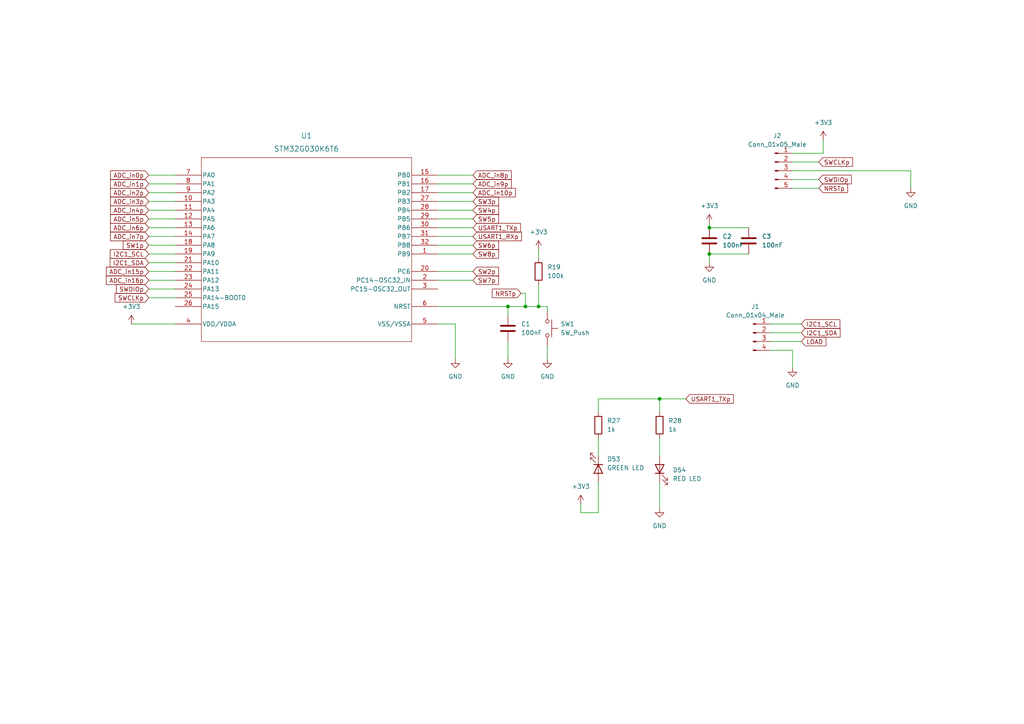
<source format=kicad_sch>
(kicad_sch (version 20211123) (generator eeschema)
  (paper "A4")
  (lib_symbols
    (symbol "2023-04-19_13-34-55:STM32G030K6T6" (pin_names (offset 0.254))
      (property "Reference" "U" (at 38.1 10.16 0))
      (property "Value" "STM32G030K6T6" (at 38.1 7.62 0))
      (symbol "STM32G030K6T6_0_1"
        (polyline (pts (xy 7.62 -48.26) (xy 68.58 -48.26)) (stroke (width 0.127)))
        (polyline (pts (xy 7.62 5.08) (xy 7.62 -48.26)) (stroke (width 0.127)))
        (polyline (pts (xy 68.58 -48.26) (xy 68.58 5.08)) (stroke (width 0.127)))
        (polyline (pts (xy 68.58 5.08) (xy 7.62 5.08)) (stroke (width 0.127)))
        (pin bidirectional line (at 76.2 -22.86 180) (length 7.62) (name "PB9") (number "1"))
        (pin bidirectional line (at 0 -7.62 0) (length 7.62) (name "PA3") (number "10"))
        (pin bidirectional line (at 0 -10.16 0) (length 7.62) (name "PA4") (number "11"))
        (pin bidirectional line (at 0 -12.7 0) (length 7.62) (name "PA5") (number "12"))
        (pin bidirectional line (at 0 -15.24 0) (length 7.62) (name "PA6") (number "13"))
        (pin bidirectional line (at 0 -17.78 0) (length 7.62) (name "PA7") (number "14"))
        (pin bidirectional line (at 76.2 0 180) (length 7.62) (name "PB0") (number "15"))
        (pin bidirectional line (at 76.2 -2.54 180) (length 7.62) (name "PB1") (number "16"))
        (pin bidirectional line (at 76.2 -5.08 180) (length 7.62) (name "PB2") (number "17"))
        (pin bidirectional line (at 0 -20.32 0) (length 7.62) (name "PA8") (number "18"))
        (pin bidirectional line (at 0 -22.86 0) (length 7.62) (name "PA9") (number "19"))
        (pin bidirectional line (at 76.2 -30.48 180) (length 7.62) (name "PC14-OSC32_IN") (number "2"))
        (pin bidirectional line (at 76.2 -27.94 180) (length 7.62) (name "PC6") (number "20"))
        (pin bidirectional line (at 0 -25.4 0) (length 7.62) (name "PA10") (number "21"))
        (pin bidirectional line (at 0 -27.94 0) (length 7.62) (name "PA11") (number "22"))
        (pin bidirectional line (at 0 -30.48 0) (length 7.62) (name "PA12") (number "23"))
        (pin bidirectional line (at 0 -33.02 0) (length 7.62) (name "PA13") (number "24"))
        (pin bidirectional line (at 0 -35.56 0) (length 7.62) (name "PA14-BOOT0") (number "25"))
        (pin bidirectional line (at 0 -38.1 0) (length 7.62) (name "PA15") (number "26"))
        (pin bidirectional line (at 76.2 -7.62 180) (length 7.62) (name "PB3") (number "27"))
        (pin bidirectional line (at 76.2 -10.16 180) (length 7.62) (name "PB4") (number "28"))
        (pin bidirectional line (at 76.2 -12.7 180) (length 7.62) (name "PB5") (number "29"))
        (pin bidirectional line (at 76.2 -33.02 180) (length 7.62) (name "PC15-OSC32_OUT") (number "3"))
        (pin bidirectional line (at 76.2 -15.24 180) (length 7.62) (name "PB6") (number "30"))
        (pin bidirectional line (at 76.2 -17.78 180) (length 7.62) (name "PB7") (number "31"))
        (pin bidirectional line (at 76.2 -20.32 180) (length 7.62) (name "PB8") (number "32"))
        (pin power_in line (at 0 -43.18 0) (length 7.62) (name "VDD/VDDA") (number "4"))
        (pin power_in line (at 76.2 -43.18 180) (length 7.62) (name "VSS/VSSA") (number "5"))
        (pin bidirectional line (at 76.2 -38.1 180) (length 7.62) (name "NRST") (number "6"))
        (pin bidirectional line (at 0 0 0) (length 7.62) (name "PA0") (number "7"))
        (pin bidirectional line (at 0 -2.54 0) (length 7.62) (name "PA1") (number "8"))
        (pin bidirectional line (at 0 -5.08 0) (length 7.62) (name "PA2") (number "9"))
      )
    )
    (symbol "Connector:Conn_01x04_Male" (pin_names (offset 1.016) hide)
      (property "Reference" "J" (at 0 5.08 0))
      (property "Value" "Conn_01x04_Male" (at 0 -7.62 0))
      (symbol "Conn_01x04_Male_1_1"
        (polyline (pts (xy 1.27 -5.08) (xy 0.8636 -5.08)) (stroke (width 0.1524)))
        (polyline (pts (xy 1.27 -2.54) (xy 0.8636 -2.54)) (stroke (width 0.1524)))
        (polyline (pts (xy 1.27 0) (xy 0.8636 0)) (stroke (width 0.1524)))
        (polyline (pts (xy 1.27 2.54) (xy 0.8636 2.54)) (stroke (width 0.1524)))
        (rectangle (start 0.8636 -4.953) (end 0 -5.207) (stroke (width 0.1524)) (fill (type outline)))
        (rectangle (start 0.8636 -2.413) (end 0 -2.667) (stroke (width 0.1524)) (fill (type outline)))
        (rectangle (start 0.8636 0.127) (end 0 -0.127) (stroke (width 0.1524)) (fill (type outline)))
        (rectangle (start 0.8636 2.667) (end 0 2.413) (stroke (width 0.1524)) (fill (type outline)))
        (pin passive line (at 5.08 2.54 180) (length 3.81) (name "Pin_1") (number "1"))
        (pin passive line (at 5.08 0 180) (length 3.81) (name "Pin_2") (number "2"))
        (pin passive line (at 5.08 -2.54 180) (length 3.81) (name "Pin_3") (number "3"))
        (pin passive line (at 5.08 -5.08 180) (length 3.81) (name "Pin_4") (number "4"))
      )
    )
    (symbol "Connector:Conn_01x05_Male" (pin_names (offset 1.016) hide)
      (property "Reference" "J" (at 0 7.62 0))
      (property "Value" "Conn_01x05_Male" (at 0 -7.62 0))
      (symbol "Conn_01x05_Male_1_1"
        (polyline (pts (xy 1.27 -5.08) (xy 0.8636 -5.08)) (stroke (width 0.1524)))
        (polyline (pts (xy 1.27 -2.54) (xy 0.8636 -2.54)) (stroke (width 0.1524)))
        (polyline (pts (xy 1.27 0) (xy 0.8636 0)) (stroke (width 0.1524)))
        (polyline (pts (xy 1.27 2.54) (xy 0.8636 2.54)) (stroke (width 0.1524)))
        (polyline (pts (xy 1.27 5.08) (xy 0.8636 5.08)) (stroke (width 0.1524)))
        (rectangle (start 0.8636 -4.953) (end 0 -5.207) (stroke (width 0.1524)) (fill (type outline)))
        (rectangle (start 0.8636 -2.413) (end 0 -2.667) (stroke (width 0.1524)) (fill (type outline)))
        (rectangle (start 0.8636 0.127) (end 0 -0.127) (stroke (width 0.1524)) (fill (type outline)))
        (rectangle (start 0.8636 2.667) (end 0 2.413) (stroke (width 0.1524)) (fill (type outline)))
        (rectangle (start 0.8636 5.207) (end 0 4.953) (stroke (width 0.1524)) (fill (type outline)))
        (pin passive line (at 5.08 5.08 180) (length 3.81) (name "Pin_1") (number "1"))
        (pin passive line (at 5.08 2.54 180) (length 3.81) (name "Pin_2") (number "2"))
        (pin passive line (at 5.08 0 180) (length 3.81) (name "Pin_3") (number "3"))
        (pin passive line (at 5.08 -2.54 180) (length 3.81) (name "Pin_4") (number "4"))
        (pin passive line (at 5.08 -5.08 180) (length 3.81) (name "Pin_5") (number "5"))
      )
    )
    (symbol "Device:C" (pin_numbers hide) (pin_names (offset 0.254))
      (property "Reference" "C" (at 0.635 2.54 0))
      (property "Value" "C" (at 0.635 -2.54 0))
      (symbol "C_0_1"
        (polyline (pts (xy -2.032 -0.762) (xy 2.032 -0.762)) (stroke (width 0.508)))
        (polyline (pts (xy -2.032 0.762) (xy 2.032 0.762)) (stroke (width 0.508)))
      )
      (symbol "C_1_1"
        (pin passive line (at 0 3.81 270) (length 2.794) (name "~") (number "1"))
        (pin passive line (at 0 -3.81 90) (length 2.794) (name "~") (number "2"))
      )
    )
    (symbol "Device:LED" (pin_numbers hide) (pin_names (offset 1.016) hide)
      (property "Reference" "D" (at 0 2.54 0))
      (property "Value" "LED" (at 0 -2.54 0))
      (symbol "LED_0_1"
        (polyline (pts (xy -1.27 -1.27) (xy -1.27 1.27)) (stroke (width 0.254)))
        (polyline (pts (xy -1.27 0) (xy 1.27 0)))
        (polyline (pts (xy 1.27 -1.27) (xy 1.27 1.27) (xy -1.27 0) (xy 1.27 -1.27)) (stroke (width 0.254)))
        (polyline (pts (xy -3.048 -0.762) (xy -4.572 -2.286) (xy -3.81 -2.286) (xy -4.572 -2.286) (xy -4.572 -1.524)))
        (polyline (pts (xy -1.778 -0.762) (xy -3.302 -2.286) (xy -2.54 -2.286) (xy -3.302 -2.286) (xy -3.302 -1.524)))
      )
      (symbol "LED_1_1"
        (pin passive line (at -3.81 0 0) (length 2.54) (name "K") (number "1"))
        (pin passive line (at 3.81 0 180) (length 2.54) (name "A") (number "2"))
      )
    )
    (symbol "Device:R" (pin_numbers hide) (pin_names (offset 0))
      (property "Reference" "R" (at 2.032 0 90))
      (property "Value" "R" (at 0 0 90))
      (symbol "R_0_1"
        (rectangle (start -1.016 -2.54) (end 1.016 2.54) (stroke (width 0.254)))
      )
      (symbol "R_1_1"
        (pin passive line (at 0 3.81 270) (length 1.27) (name "~") (number "1"))
        (pin passive line (at 0 -3.81 90) (length 1.27) (name "~") (number "2"))
      )
    )
    (symbol "Switch:SW_Push" (pin_numbers hide) (pin_names (offset 1.016) hide)
      (property "Reference" "SW" (at 1.27 2.54 0))
      (property "Value" "SW_Push" (at 0 -1.524 0))
      (symbol "SW_Push_0_1"
        (circle (center -2.032 0) (radius 0.508))
        (polyline (pts (xy 0 1.27) (xy 0 3.048)))
        (polyline (pts (xy 2.54 1.27) (xy -2.54 1.27)))
        (circle (center 2.032 0) (radius 0.508))
        (pin passive line (at -5.08 0 0) (length 2.54) (name "1") (number "1"))
        (pin passive line (at 5.08 0 180) (length 2.54) (name "2") (number "2"))
      )
    )
    (symbol "power:+3.3V" (power) (pin_names (offset 0))
      (property "Value" "+3.3V" (at 0 3.556 0))
      (symbol "+3.3V_0_1"
        (polyline (pts (xy -0.762 1.27) (xy 0 2.54)))
        (polyline (pts (xy 0 0) (xy 0 2.54)))
        (polyline (pts (xy 0 2.54) (xy 0.762 1.27)))
      )
      (symbol "+3.3V_1_1"
        (pin power_in line (at 0 0 90) (length 0) hide (name "+3V3") (number "1"))
      )
    )
    (symbol "power:GND" (power) (pin_names (offset 0))
      (property "Value" "GND" (at 0 -3.81 0))
      (symbol "GND_0_1"
        (polyline (pts (xy 0 0) (xy 0 -1.27) (xy 1.27 -1.27) (xy 0 -2.54) (xy -1.27 -1.27) (xy 0 -1.27)))
      )
      (symbol "GND_1_1"
        (pin power_in line (at 0 0 270) (length 0) hide (name "GND") (number "1"))
      )
    )
  )
  (junction (at 205.74 73.66))
  (junction (at 147.32 88.9))
  (junction (at 191.3094 115.6909))
  (junction (at 205.74 66.04))
  (junction (at 152.4 88.9))
  (junction (at 156.21 88.9))
  (wire (pts (xy 173.5294 115.6909) (xy 173.5294 119.5009)))
  (wire (pts (xy 223.52 93.98) (xy 232.41 93.98)))
  (wire (pts (xy 43.18 86.36) (xy 50.8 86.36)))
  (wire (pts (xy 152.4 88.9) (xy 147.32 88.9)))
  (wire (pts (xy 151.13 85.09) (xy 152.4 85.09)))
  (wire (pts (xy 127 81.28) (xy 137.16 81.28)))
  (wire (pts (xy 127 93.98) (xy 132.08 93.98)))
  (wire (pts (xy 229.87 44.45) (xy 238.76 44.45)))
  (wire (pts (xy 127 68.58) (xy 137.16 68.58)))
  (wire (pts (xy 191.3094 115.6909) (xy 191.3094 119.5009)))
  (wire (pts (xy 43.18 81.28) (xy 50.8 81.28)))
  (wire (pts (xy 156.21 82.55) (xy 156.21 88.9)))
  (wire (pts (xy 158.75 90.17) (xy 158.75 88.9)))
  (wire (pts (xy 127 60.96) (xy 137.16 60.96)))
  (wire (pts (xy 43.18 60.96) (xy 50.8 60.96)))
  (wire (pts (xy 43.18 63.5) (xy 50.8 63.5)))
  (wire (pts (xy 43.18 50.8) (xy 50.8 50.8)))
  (wire (pts (xy 43.18 58.42) (xy 50.8 58.42)))
  (wire (pts (xy 147.32 99.06) (xy 147.32 104.14)))
  (wire (pts (xy 127 71.12) (xy 137.16 71.12)))
  (wire (pts (xy 43.18 76.2) (xy 50.8 76.2)))
  (wire (pts (xy 147.32 91.44) (xy 147.32 88.9)))
  (wire (pts (xy 238.76 44.45) (xy 238.76 40.64)))
  (wire (pts (xy 43.18 78.74) (xy 50.8 78.74)))
  (wire (pts (xy 205.74 66.04) (xy 205.74 64.77)))
  (wire (pts (xy 229.87 54.61) (xy 237.49 54.61)))
  (wire (pts (xy 205.74 73.66) (xy 217.17 73.66)))
  (wire (pts (xy 43.18 71.12) (xy 50.8 71.12)))
  (wire (pts (xy 127 63.5) (xy 137.16 63.5)))
  (wire (pts (xy 43.18 66.04) (xy 50.8 66.04)))
  (wire (pts (xy 127 53.34) (xy 137.16 53.34)))
  (wire (pts (xy 229.87 46.99) (xy 237.49 46.99)))
  (wire (pts (xy 158.75 100.33) (xy 158.75 104.14)))
  (wire (pts (xy 127 50.8) (xy 137.16 50.8)))
  (wire (pts (xy 43.18 83.82) (xy 50.8 83.82)))
  (wire (pts (xy 43.18 53.34) (xy 50.8 53.34)))
  (wire (pts (xy 43.18 68.58) (xy 50.8 68.58)))
  (wire (pts (xy 152.4 85.09) (xy 152.4 88.9)))
  (wire (pts (xy 43.18 73.66) (xy 50.8 73.66)))
  (wire (pts (xy 173.5294 148.7109) (xy 173.5294 139.8209)))
  (wire (pts (xy 229.87 49.53) (xy 264.16 49.53)))
  (wire (pts (xy 127 78.74) (xy 137.16 78.74)))
  (wire (pts (xy 38.1 93.98) (xy 50.8 93.98)))
  (wire (pts (xy 198.9294 115.6909) (xy 191.3094 115.6909)))
  (wire (pts (xy 132.08 93.98) (xy 132.08 104.14)))
  (wire (pts (xy 127 55.88) (xy 137.16 55.88)))
  (wire (pts (xy 223.52 101.6) (xy 229.87 101.6)))
  (wire (pts (xy 156.21 88.9) (xy 152.4 88.9)))
  (wire (pts (xy 158.75 88.9) (xy 156.21 88.9)))
  (wire (pts (xy 191.3094 127.1209) (xy 191.3094 132.2009)))
  (wire (pts (xy 127 66.04) (xy 137.16 66.04)))
  (wire (pts (xy 223.52 99.06) (xy 232.41 99.06)))
  (wire (pts (xy 223.52 96.52) (xy 232.41 96.52)))
  (wire (pts (xy 127 58.42) (xy 137.16 58.42)))
  (wire (pts (xy 168.4494 146.1709) (xy 168.4494 148.7109)))
  (wire (pts (xy 191.3094 115.6909) (xy 173.5294 115.6909)))
  (wire (pts (xy 156.21 72.39) (xy 156.21 74.93)))
  (wire (pts (xy 127 88.9) (xy 147.32 88.9)))
  (wire (pts (xy 229.87 52.07) (xy 237.49 52.07)))
  (wire (pts (xy 205.74 66.04) (xy 217.17 66.04)))
  (wire (pts (xy 264.16 54.61) (xy 264.16 49.53)))
  (wire (pts (xy 43.18 55.88) (xy 50.8 55.88)))
  (wire (pts (xy 173.5294 127.1209) (xy 173.5294 132.2009)))
  (wire (pts (xy 205.74 73.66) (xy 205.74 76.2)))
  (wire (pts (xy 191.3094 139.8209) (xy 191.3094 147.4409)))
  (wire (pts (xy 127 73.66) (xy 137.16 73.66)))
  (wire (pts (xy 168.4494 148.7109) (xy 173.5294 148.7109)))
  (wire (pts (xy 229.87 101.6) (xy 229.87 106.68)))
  (global_label "ADC_in7p" (shape input) (at 43.18 68.58 180) (property "Intersheet References" "${INTERSHEET_REFS}" (effects hide)))
  (global_label "SWDIOp" (shape input) (at 43.18 83.82 180) (property "Intersheet References" "${INTERSHEET_REFS}" (effects hide)))
  (global_label "USART1_TXp" (shape input) (at 137.16 66.04 0) (property "Intersheet References" "${INTERSHEET_REFS}" (effects hide)))
  (global_label "ADC_in4p" (shape input) (at 43.18 60.96 180) (property "Intersheet References" "${INTERSHEET_REFS}" (effects hide)))
  (global_label "SW4p" (shape input) (at 137.16 60.96 0) (property "Intersheet References" "${INTERSHEET_REFS}" (effects hide)))
  (global_label "ADC_in1p" (shape input) (at 43.18 53.34 180) (property "Intersheet References" "${INTERSHEET_REFS}" (effects hide)))
  (global_label "I2C1_SDA" (shape input) (at 232.41 96.52 0) (property "Intersheet References" "${INTERSHEET_REFS}" (effects hide)))
  (global_label "I2C1_SDA" (shape input) (at 43.18 76.2 180) (property "Intersheet References" "${INTERSHEET_REFS}" (effects hide)))
  (global_label "I2C1_SCL" (shape input) (at 232.41 93.98 0) (property "Intersheet References" "${INTERSHEET_REFS}" (effects hide)))
  (global_label "SWCLKp" (shape input) (at 237.49 46.99 0) (property "Intersheet References" "${INTERSHEET_REFS}" (effects hide)))
  (global_label "I2C1_SCL" (shape input) (at 43.18 73.66 180) (property "Intersheet References" "${INTERSHEET_REFS}" (effects hide)))
  (global_label "NRSTp" (shape input) (at 237.49 54.61 0) (property "Intersheet References" "${INTERSHEET_REFS}" (effects hide)))
  (global_label "ADC_in9p" (shape input) (at 137.16 53.34 0) (property "Intersheet References" "${INTERSHEET_REFS}" (effects hide)))
  (global_label "SWDIOp" (shape input) (at 237.49 52.07 0) (property "Intersheet References" "${INTERSHEET_REFS}" (effects hide)))
  (global_label "ADC_in5p" (shape input) (at 43.18 63.5 180) (property "Intersheet References" "${INTERSHEET_REFS}" (effects hide)))
  (global_label "ADC_in15p" (shape input) (at 43.18 78.74 180) (property "Intersheet References" "${INTERSHEET_REFS}" (effects hide)))
  (global_label "SW5p" (shape input) (at 137.16 63.5 0) (property "Intersheet References" "${INTERSHEET_REFS}" (effects hide)))
  (global_label "LOAD" (shape input) (at 232.41 99.06 0) (property "Intersheet References" "${INTERSHEET_REFS}" (effects hide)))
  (global_label "ADC_in0p" (shape input) (at 43.18 50.8 180) (property "Intersheet References" "${INTERSHEET_REFS}" (effects hide)))
  (global_label "SW6p" (shape input) (at 137.16 71.12 0) (property "Intersheet References" "${INTERSHEET_REFS}" (effects hide)))
  (global_label "USART1_TXp" (shape input) (at 198.9294 115.6909 0) (property "Intersheet References" "${INTERSHEET_REFS}" (effects hide)))
  (global_label "ADC_in3p" (shape input) (at 43.18 58.42 180) (property "Intersheet References" "${INTERSHEET_REFS}" (effects hide)))
  (global_label "ADC_in8p" (shape input) (at 137.16 50.8 0) (property "Intersheet References" "${INTERSHEET_REFS}" (effects hide)))
  (global_label "ADC_in2p" (shape input) (at 43.18 55.88 180) (property "Intersheet References" "${INTERSHEET_REFS}" (effects hide)))
  (global_label "NRSTp" (shape input) (at 151.13 85.09 180) (property "Intersheet References" "${INTERSHEET_REFS}" (effects hide)))
  (global_label "USART1_RXp" (shape input) (at 137.16 68.58 0) (property "Intersheet References" "${INTERSHEET_REFS}" (effects hide)))
  (global_label "SW3p" (shape input) (at 137.16 58.42 0) (property "Intersheet References" "${INTERSHEET_REFS}" (effects hide)))
  (global_label "SW1p" (shape input) (at 43.18 71.12 180) (property "Intersheet References" "${INTERSHEET_REFS}" (effects hide)))
  (global_label "ADC_in6p" (shape input) (at 43.18 66.04 180) (property "Intersheet References" "${INTERSHEET_REFS}" (effects hide)))
  (global_label "SW7p" (shape input) (at 137.16 81.28 0) (property "Intersheet References" "${INTERSHEET_REFS}" (effects hide)))
  (global_label "ADC_in10p" (shape input) (at 137.16 55.88 0) (property "Intersheet References" "${INTERSHEET_REFS}" (effects hide)))
  (global_label "SW2p" (shape input) (at 137.16 78.74 0) (property "Intersheet References" "${INTERSHEET_REFS}" (effects hide)))
  (global_label "SW8p" (shape input) (at 137.16 73.66 0) (property "Intersheet References" "${INTERSHEET_REFS}" (effects hide)))
  (global_label "SWCLKp" (shape input) (at 43.18 86.36 180) (property "Intersheet References" "${INTERSHEET_REFS}" (effects hide)))
  (global_label "ADC_in16p" (shape input) (at 43.18 81.28 180) (property "Intersheet References" "${INTERSHEET_REFS}" (effects hide)))
  (symbol (lib_id "power:+3.3V") (at 156.21 72.39 0) (unit 1)
    (property "Reference" "#PWR02" (effects hide))
    (property "Value" "+3.3V" (at 156.21 67.31 0))
  )
  (symbol (lib_id "Connector:Conn_01x05_Male") (at 224.79 49.53 0) (unit 1)
    (property "Reference" "J2" (at 225.425 39.37 0))
    (property "Value" "Conn_01x05_Male" (at 225.425 41.91 0))
    (property "Footprint" "Connector_PinSocket_2.54mm:PinSocket_1x05_P2.54mm_Horizontal" (effects hide))
  )
  (symbol (lib_id "Device:C") (at 217.17 69.85 0) (unit 1)
    (property "Reference" "C3" (at 220.98 68.5799 0) (effects (justify left)))
    (property "Value" "100nF" (at 220.98 71.1199 0) (effects (justify left)))
    (property "Footprint" "Capacitor_SMD:C_0805_2012Metric_Pad1.18x1.45mm_HandSolder" (effects hide))
  )
  (symbol (lib_id "Connector:Conn_01x04_Male") (at 218.44 96.52 0) (unit 1)
    (property "Reference" "J1" (at 219.075 88.9 0))
    (property "Value" "Conn_01x04_Male" (at 219.075 91.44 0))
    (property "Footprint" "Connector_PinSocket_2.54mm:PinSocket_1x04_P2.54mm_Vertical" (effects hide))
  )
  (symbol (lib_id "Device:R") (at 156.21 78.74 0) (unit 1)
    (property "Reference" "R19" (at 158.75 77.4699 0) (effects (justify left)))
    (property "Value" "100k" (at 158.75 80.0099 0) (effects (justify left)))
    (property "Footprint" "Resistor_SMD:R_0805_2012Metric_Pad1.20x1.40mm_HandSolder" (effects hide))
  )
  (symbol (lib_id "Device:C") (at 147.32 95.25 0) (unit 1)
    (property "Reference" "C1" (at 151.13 93.9799 0) (effects (justify left)))
    (property "Value" "100nF" (at 151.13 96.5199 0) (effects (justify left)))
    (property "Footprint" "Capacitor_SMD:C_0805_2012Metric_Pad1.18x1.45mm_HandSolder" (effects hide))
  )
  (symbol (lib_id "power:GND") (at 158.75 104.14 0) (unit 1)
    (property "Reference" "#PWR0102" (effects hide))
    (property "Value" "GND" (at 158.75 109.22 0))
  )
  (symbol (lib_id "power:+3.3V") (at 238.76 40.64 0) (unit 1)
    (property "Reference" "#PWR05" (effects hide))
    (property "Value" "+3.3V" (at 238.76 35.56 0))
  )
  (symbol (lib_id "power:GND") (at 205.74 76.2 0) (unit 1)
    (property "Reference" "#PWR04" (effects hide))
    (property "Value" "GND" (at 205.74 81.28 0))
  )
  (symbol (lib_id "power:+3.3V") (at 168.4494 146.1709 0) (unit 1)
    (property "Reference" "#PWR022" (effects hide))
    (property "Value" "+3.3V" (at 168.4494 141.0909 0))
  )
  (symbol (lib_id "power:+3.3V") (at 205.74 64.77 0) (unit 1)
    (property "Reference" "#PWR03" (effects hide))
    (property "Value" "+3.3V" (at 205.74 59.69 0))
  )
  (symbol (lib_id "power:GND") (at 264.16 54.61 0) (unit 1)
    (property "Reference" "#PWR06" (effects hide))
    (property "Value" "GND" (at 264.16 59.69 0))
  )
  (symbol (lib_id "Switch:SW_Push") (at 158.75 95.25 270) (unit 1)
    (property "Reference" "SW1" (at 162.56 93.9799 90) (effects (justify left)))
    (property "Value" "SW_Push" (at 162.56 96.5199 90) (effects (justify left)))
    (property "Footprint" "tactile_button:ROCPU Switches TP10721645" (effects hide))
  )
  (symbol (lib_id "Device:R") (at 191.3094 123.3109 0) (unit 1)
    (property "Reference" "R28" (at 193.8494 122.0408 0) (effects (justify left)))
    (property "Value" "1k" (at 193.8494 124.5808 0) (effects (justify left)))
    (property "Footprint" "Resistor_SMD:R_0805_2012Metric_Pad1.20x1.40mm_HandSolder" (effects hide))
  )
  (symbol (lib_id "power:GND") (at 229.87 106.68 0) (unit 1)
    (property "Reference" "#PWR0106" (effects hide))
    (property "Value" "GND" (at 229.87 111.76 0))
  )
  (symbol (lib_id "2023-04-19_13-34-55:STM32G030K6T6") (at 50.8 50.8 0) (unit 1)
    (property "Reference" "U1" (at 88.9 39.37 0) (effects (font (size 1.524 1.524))))
    (property "Value" "STM32G030K6T6" (at 88.9 43.18 0) (effects (font (size 1.524 1.524))))
    (property "Footprint" "footprints:LQFP-32" (effects hide))
    (property "Datasheet" "STM32G030K6T6" (effects hide))
  )
  (symbol (lib_id "power:GND") (at 191.3094 147.4409 0) (unit 1)
    (property "Reference" "#PWR023" (effects hide))
    (property "Value" "GND" (at 191.3094 152.5209 0))
  )
  (symbol (lib_id "Device:C") (at 205.74 69.85 0) (unit 1)
    (property "Reference" "C2" (at 209.55 68.5799 0) (effects (justify left)))
    (property "Value" "100nF" (at 209.55 71.1199 0) (effects (justify left)))
    (property "Footprint" "Capacitor_SMD:C_0805_2012Metric_Pad1.18x1.45mm_HandSolder" (effects hide))
  )
  (symbol (lib_id "power:+3.3V") (at 38.1 93.98 0) (unit 1)
    (property "Reference" "#PWR01" (effects hide))
    (property "Value" "+3.3V" (at 38.1 88.9 0))
  )
  (symbol (lib_id "Device:LED") (at 191.3094 136.0109 90) (unit 1)
    (property "Reference" "D54" (at 195.1194 136.3283 90) (effects (justify right)))
    (property "Value" "RED LED" (at 195.1194 138.8683 90) (effects (justify right)))
    (property "Footprint" "LED_SMD:LED_0805_2012Metric_Pad1.15x1.40mm_HandSolder" (effects hide))
  )
  (symbol (lib_id "power:GND") (at 132.08 104.14 0) (unit 1)
    (property "Reference" "#PWR0101" (effects hide))
    (property "Value" "GND" (at 132.08 109.22 0))
  )
  (symbol (lib_id "power:GND") (at 147.32 104.14 0) (unit 1)
    (property "Reference" "#PWR0103" (effects hide))
    (property "Value" "GND" (at 147.32 109.22 0))
  )
  (symbol (lib_id "Device:R") (at 173.5294 123.3109 0) (unit 1)
    (property "Reference" "R27" (at 176.0694 122.0408 0) (effects (justify left)))
    (property "Value" "1k" (at 176.0694 124.5808 0) (effects (justify left)))
    (property "Footprint" "Resistor_SMD:R_0805_2012Metric_Pad1.20x1.40mm_HandSolder" (effects hide))
  )
  (symbol (lib_id "Device:LED") (at 173.5294 136.0109 270) (unit 1)
    (property "Reference" "D53" (at 176.0694 133.1533 90) (effects (justify left)))
    (property "Value" "GREEN LED" (at 176.0694 135.6933 90) (effects (justify left)))
    (property "Footprint" "LED_SMD:LED_0805_2012Metric_Pad1.15x1.40mm_HandSolder" (effects hide))
  )
)
</source>
